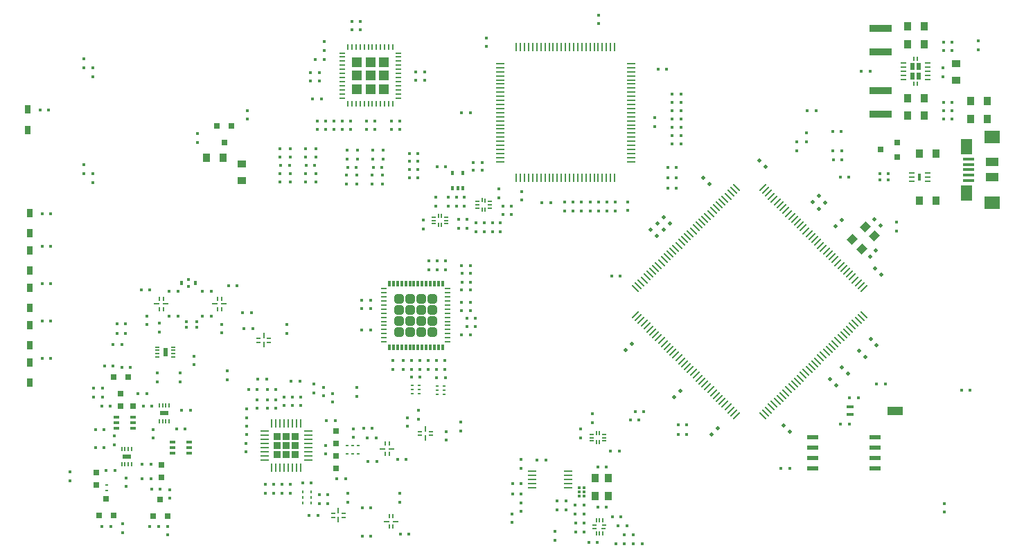
<source format=gtp>
G04 #@! TF.GenerationSoftware,KiCad,Pcbnew,6.0.10-86aedd382b~118~ubuntu22.04.1*
G04 #@! TF.CreationDate,2023-01-31T23:37:38-05:00*
G04 #@! TF.ProjectId,hackrf-one,6861636b-7266-42d6-9f6e-652e6b696361,r9*
G04 #@! TF.SameCoordinates,Original*
G04 #@! TF.FileFunction,Paste,Top*
G04 #@! TF.FilePolarity,Positive*
%FSLAX46Y46*%
G04 Gerber Fmt 4.6, Leading zero omitted, Abs format (unit mm)*
G04 Created by KiCad (PCBNEW 6.0.10-86aedd382b~118~ubuntu22.04.1) date 2023-01-31 23:37:38*
%MOMM*%
%LPD*%
G01*
G04 APERTURE LIST*
G04 Aperture macros list*
%AMRoundRect*
0 Rectangle with rounded corners*
0 $1 Rounding radius*
0 $2 $3 $4 $5 $6 $7 $8 $9 X,Y pos of 4 corners*
0 Add a 4 corners polygon primitive as box body*
4,1,4,$2,$3,$4,$5,$6,$7,$8,$9,$2,$3,0*
0 Add four circle primitives for the rounded corners*
1,1,$1+$1,$2,$3*
1,1,$1+$1,$4,$5*
1,1,$1+$1,$6,$7*
1,1,$1+$1,$8,$9*
0 Add four rect primitives between the rounded corners*
20,1,$1+$1,$2,$3,$4,$5,0*
20,1,$1+$1,$4,$5,$6,$7,0*
20,1,$1+$1,$6,$7,$8,$9,0*
20,1,$1+$1,$8,$9,$2,$3,0*%
%AMRotRect*
0 Rectangle, with rotation*
0 The origin of the aperture is its center*
0 $1 length*
0 $2 width*
0 $3 Rotation angle, in degrees counterclockwise*
0 Add horizontal line*
21,1,$1,$2,0,0,$3*%
G04 Aperture macros list end*
%ADD10R,0.760000X1.140000*%
%ADD11R,0.424688X0.386080*%
%ADD12R,0.386080X0.424688*%
%ADD13R,1.094536X0.874472*%
%ADD14R,0.874472X1.094536*%
%ADD15RotRect,0.386080X0.424688X135.000000*%
%ADD16RotRect,0.386080X0.424688X225.000000*%
%ADD17RotRect,0.386080X0.424688X315.000000*%
%ADD18RotRect,0.386080X0.424688X45.000000*%
%ADD19R,1.314000X1.926000*%
%ADD20R,1.890000X1.575000*%
%ADD21R,1.596000X1.045000*%
%ADD22R,1.330000X0.304000*%
%ADD23R,0.656336X0.656336*%
%ADD24R,2.812592X0.911148*%
%ADD25R,0.694944X0.694944*%
%ADD26R,0.250952X0.310794*%
%ADD27R,0.310794X0.250952*%
%ADD28R,0.418896X0.189180*%
%ADD29R,0.220800X0.619200*%
%ADD30R,0.780480X0.288000*%
%ADD31R,0.619200X0.220800*%
%ADD32R,0.288000X0.780480*%
%ADD33R,0.380288X0.303072*%
%ADD34R,0.836000X0.836000*%
%ADD35O,0.212800X1.026000*%
%ADD36O,1.026000X0.212800*%
%ADD37R,0.380288X0.532790*%
%ADD38R,0.455574X0.380288*%
%ADD39R,0.588000X1.078000*%
%ADD40R,0.608000X0.182400*%
%ADD41R,1.078000X0.588000*%
%ADD42R,0.182400X0.608000*%
%ADD43R,0.752856X0.347472*%
%ADD44R,0.380000X0.836000*%
%ADD45R,0.684000X0.228000*%
%ADD46RoundRect,0.250000X0.321265X-0.321265X0.321265X0.321265X-0.321265X0.321265X-0.321265X-0.321265X0*%
%ADD47RoundRect,0.000000X0.114000X-0.304000X0.114000X0.304000X-0.114000X0.304000X-0.114000X-0.304000X0*%
%ADD48RoundRect,0.039000X0.265000X-0.075000X0.265000X0.075000X-0.265000X0.075000X-0.265000X-0.075000X0*%
%ADD49R,1.254000X1.254000*%
%ADD50O,0.212800X0.684000*%
%ADD51O,0.684000X0.212800*%
%ADD52R,1.064000X0.228000*%
%ADD53R,1.447800X0.482600*%
%ADD54R,0.212800X0.532000*%
%ADD55R,0.627000X0.912000*%
%ADD56R,0.646000X0.212800*%
%ADD57RotRect,1.140866X0.223926X225.000000*%
%ADD58RotRect,1.140866X0.223926X315.000000*%
%ADD59R,0.223926X1.140866*%
%ADD60R,1.140866X0.223926*%
%ADD61R,0.911148X1.063650*%
%ADD62RotRect,1.063650X0.911148X45.000000*%
%ADD63R,1.824000X1.140000*%
%ADD64R,0.836000X0.456000*%
%ADD65R,0.456000X0.266000*%
%ADD66R,0.304000X0.494000*%
%ADD67RoundRect,0.000000X0.083600X-0.247000X0.083600X0.247000X-0.083600X0.247000X-0.083600X-0.247000X0*%
%ADD68RoundRect,0.000000X0.083600X-0.209000X0.083600X0.209000X-0.083600X0.209000X-0.083600X-0.209000X0*%
%ADD69RoundRect,0.000000X0.209000X0.083600X-0.209000X0.083600X-0.209000X-0.083600X0.209000X-0.083600X0*%
%ADD70RoundRect,0.000000X-0.083600X0.209000X-0.083600X-0.209000X0.083600X-0.209000X0.083600X0.209000X0*%
%ADD71RoundRect,0.000000X-0.209000X-0.083600X0.209000X-0.083600X0.209000X0.083600X-0.209000X0.083600X0*%
%ADD72RoundRect,0.000000X-0.083600X0.247000X-0.083600X-0.247000X0.083600X-0.247000X0.083600X0.247000X0*%
%ADD73RoundRect,0.000000X0.152000X0.114000X-0.152000X0.114000X-0.152000X-0.114000X0.152000X-0.114000X0*%
%ADD74RoundRect,0.000000X0.247000X0.083600X-0.247000X0.083600X-0.247000X-0.083600X0.247000X-0.083600X0*%
G04 APERTURE END LIST*
D10*
G04 #@! TO.C,D6*
X61270000Y-150088000D03*
X61270000Y-147588000D03*
G04 #@! TD*
G04 #@! TO.C,D4*
X61270000Y-140944000D03*
X61270000Y-138444000D03*
G04 #@! TD*
G04 #@! TO.C,D8*
X61270000Y-131800000D03*
X61270000Y-129300000D03*
G04 #@! TD*
G04 #@! TO.C,D5*
X61270000Y-145516000D03*
X61270000Y-143016000D03*
G04 #@! TD*
G04 #@! TO.C,D2*
X61270000Y-136372000D03*
X61270000Y-133872000D03*
G04 #@! TD*
G04 #@! TO.C,D7*
X61000000Y-119150000D03*
X61000000Y-116650000D03*
G04 #@! TD*
D11*
G04 #@! TO.C,C1*
X91096400Y-162513400D03*
X91096400Y-163580200D03*
G04 #@! TD*
G04 #@! TO.C,C2*
X90080400Y-162513400D03*
X90080400Y-163580200D03*
G04 #@! TD*
G04 #@! TO.C,C3*
X93128400Y-162513400D03*
X93128400Y-163580200D03*
G04 #@! TD*
G04 #@! TO.C,C4*
X92112400Y-162513400D03*
X92112400Y-163580200D03*
G04 #@! TD*
G04 #@! TO.C,C5*
X92341000Y-152861400D03*
X92341000Y-151794600D03*
G04 #@! TD*
G04 #@! TO.C,C6*
X93357000Y-152861400D03*
X93357000Y-151794600D03*
G04 #@! TD*
D12*
G04 #@! TO.C,C7*
X107617400Y-168576200D03*
X106550600Y-168576200D03*
G04 #@! TD*
D11*
G04 #@! TO.C,C8*
X113919000Y-154914600D03*
X113919000Y-155981400D03*
G04 #@! TD*
G04 #@! TO.C,C9*
X85400000Y-149701600D03*
X85400000Y-148634800D03*
G04 #@! TD*
D12*
G04 #@! TO.C,C10*
X87447400Y-143481600D03*
X88514200Y-143481600D03*
G04 #@! TD*
D11*
G04 #@! TO.C,C11*
X84713800Y-143995600D03*
X84713800Y-142928800D03*
G04 #@! TD*
G04 #@! TO.C,C12*
X87794400Y-153293200D03*
X87794400Y-154360000D03*
G04 #@! TD*
D12*
G04 #@! TO.C,C13*
X89089800Y-150905600D03*
X88023000Y-150905600D03*
G04 #@! TD*
D11*
G04 #@! TO.C,C14*
X90334400Y-153217000D03*
X90334400Y-152150200D03*
G04 #@! TD*
D12*
G04 #@! TO.C,C15*
X90309000Y-150905600D03*
X91375800Y-150905600D03*
G04 #@! TD*
D11*
G04 #@! TO.C,C16*
X106499800Y-164690000D03*
X106499800Y-163623200D03*
G04 #@! TD*
D12*
G04 #@! TO.C,C17*
X82402400Y-141938200D03*
X83469200Y-141938200D03*
G04 #@! TD*
G04 #@! TO.C,C18*
X78338400Y-141938200D03*
X79405200Y-141938200D03*
G04 #@! TD*
D11*
G04 #@! TO.C,C19*
X77093800Y-143868600D03*
X77093800Y-142801800D03*
G04 #@! TD*
D12*
G04 #@! TO.C,C20*
X87274400Y-141528800D03*
X88341200Y-141528800D03*
G04 #@! TD*
G04 #@! TO.C,C21*
X102971600Y-165379400D03*
X101904800Y-165379400D03*
G04 #@! TD*
G04 #@! TO.C,C22*
X95439800Y-166272600D03*
X96506600Y-166272600D03*
G04 #@! TD*
D11*
G04 #@! TO.C,C23*
X101269800Y-151714200D03*
X101269800Y-150647400D03*
G04 #@! TD*
G04 #@! TO.C,C24*
X92679800Y-142948200D03*
X92679800Y-144015000D03*
G04 #@! TD*
D12*
G04 #@! TO.C,C25*
X96659000Y-163732600D03*
X97725800Y-163732600D03*
G04 #@! TD*
G04 #@! TO.C,C26*
X79405200Y-138890200D03*
X78338400Y-138890200D03*
G04 #@! TD*
G04 #@! TO.C,C27*
X82402400Y-138890200D03*
X83469200Y-138890200D03*
G04 #@! TD*
G04 #@! TO.C,C28*
X96659000Y-164875600D03*
X97725800Y-164875600D03*
G04 #@! TD*
G04 #@! TO.C,C29*
X75950800Y-138712400D03*
X74884000Y-138712400D03*
G04 #@! TD*
G04 #@! TO.C,C30*
X85566600Y-138200000D03*
X86633400Y-138200000D03*
G04 #@! TD*
D11*
G04 #@! TO.C,C31*
X75595200Y-142979600D03*
X75595200Y-141912800D03*
G04 #@! TD*
D12*
G04 #@! TO.C,C32*
X102971600Y-168808400D03*
X101904800Y-168808400D03*
G04 #@! TD*
D11*
G04 #@! TO.C,C33*
X100113400Y-164672400D03*
X100113400Y-163605600D03*
G04 #@! TD*
G04 #@! TO.C,C34*
X98310000Y-152455000D03*
X98310000Y-151388200D03*
G04 #@! TD*
G04 #@! TO.C,C35*
X97167000Y-151693000D03*
X97167000Y-150626200D03*
G04 #@! TD*
G04 #@! TO.C,C36*
X96024000Y-151312000D03*
X96024000Y-150245200D03*
G04 #@! TD*
D12*
G04 #@! TO.C,C37*
X94271400Y-149915000D03*
X93204600Y-149915000D03*
G04 #@! TD*
G04 #@! TO.C,C38*
X71912200Y-142827200D03*
X72979000Y-142827200D03*
G04 #@! TD*
D11*
G04 #@! TO.C,C39*
X81305400Y-147878800D03*
X81305400Y-146812000D03*
G04 #@! TD*
D12*
G04 #@! TO.C,C40*
X71912200Y-144071800D03*
X72979000Y-144071800D03*
G04 #@! TD*
G04 #@! TO.C,C41*
X98792600Y-161827600D03*
X99859400Y-161827600D03*
G04 #@! TD*
G04 #@! TO.C,C42*
X98589400Y-154715600D03*
X97522600Y-154715600D03*
G04 #@! TD*
G04 #@! TO.C,C43*
X72542400Y-145415000D03*
X71475600Y-145415000D03*
G04 #@! TD*
D11*
G04 #@! TO.C,C44*
X79679800Y-149961600D03*
X79679800Y-148894800D03*
G04 #@! TD*
D12*
G04 #@! TO.C,C45*
X102057200Y-155651200D03*
X103124000Y-155651200D03*
G04 #@! TD*
G04 #@! TO.C,C46*
X103581200Y-156794200D03*
X102514400Y-156794200D03*
G04 #@! TD*
D11*
G04 #@! TO.C,C47*
X112166400Y-157099000D03*
X112166400Y-156032200D03*
G04 #@! TD*
G04 #@! TO.C,C48*
X108737400Y-154533600D03*
X108737400Y-153466800D03*
G04 #@! TD*
G04 #@! TO.C,C49*
X100850000Y-155706200D03*
X100850000Y-156773000D03*
G04 #@! TD*
D12*
G04 #@! TO.C,C50*
X75144600Y-152920000D03*
X76211400Y-152920000D03*
G04 #@! TD*
G04 #@! TO.C,C51*
X107274800Y-159434000D03*
X106208000Y-159434000D03*
G04 #@! TD*
G04 #@! TO.C,C52*
X71131400Y-152920000D03*
X70064600Y-152920000D03*
G04 #@! TD*
G04 #@! TO.C,C53*
X71480800Y-147999800D03*
X70414000Y-147999800D03*
G04 #@! TD*
G04 #@! TO.C,C54*
X103657400Y-159664400D03*
X102590600Y-159664400D03*
G04 #@! TD*
G04 #@! TO.C,C55*
X79843600Y-153428000D03*
X80910400Y-153428000D03*
G04 #@! TD*
D11*
G04 #@! TO.C,C56*
X107391200Y-155397200D03*
X107391200Y-154330400D03*
G04 #@! TD*
G04 #@! TO.C,C57*
X76835000Y-149961600D03*
X76835000Y-148894800D03*
G04 #@! TD*
G04 #@! TO.C,C58*
X71614000Y-157644400D03*
X71614000Y-156577600D03*
G04 #@! TD*
D12*
G04 #@! TO.C,C59*
X79208600Y-155714000D03*
X80275400Y-155714000D03*
G04 #@! TD*
G04 #@! TO.C,C60*
X74509600Y-151396000D03*
X75576400Y-151396000D03*
G04 #@! TD*
D11*
G04 #@! TO.C,C61*
X76363800Y-156857000D03*
X76363800Y-155790200D03*
G04 #@! TD*
D12*
G04 #@! TO.C,C62*
X75017600Y-160032000D03*
X76084400Y-160032000D03*
G04 #@! TD*
D11*
G04 #@! TO.C,C63*
X73087200Y-161708400D03*
X73087200Y-162775200D03*
G04 #@! TD*
D12*
G04 #@! TO.C,C64*
X71663400Y-160810000D03*
X70596600Y-160810000D03*
G04 #@! TD*
G04 #@! TO.C,C65*
X69302600Y-158000000D03*
X70369400Y-158000000D03*
G04 #@! TD*
G04 #@! TO.C,C66*
X69302600Y-155841000D03*
X70369400Y-155841000D03*
G04 #@! TD*
D11*
G04 #@! TO.C,C67*
X87700000Y-158533400D03*
X87700000Y-157466600D03*
G04 #@! TD*
G04 #@! TO.C,C68*
X126800000Y-164566600D03*
X126800000Y-165633400D03*
G04 #@! TD*
G04 #@! TO.C,C69*
X125700000Y-164566600D03*
X125700000Y-165633400D03*
G04 #@! TD*
G04 #@! TO.C,C70*
X87800000Y-156433400D03*
X87800000Y-155366600D03*
G04 #@! TD*
G04 #@! TO.C,C71*
X100482400Y-118024400D03*
X100482400Y-119091200D03*
G04 #@! TD*
G04 #@! TO.C,C72*
X99466400Y-118024400D03*
X99466400Y-119091200D03*
G04 #@! TD*
G04 #@! TO.C,C73*
X103403400Y-118024400D03*
X103403400Y-119091200D03*
G04 #@! TD*
G04 #@! TO.C,C74*
X102387400Y-118024400D03*
X102387400Y-119091200D03*
G04 #@! TD*
G04 #@! TO.C,C75*
X105435400Y-118024400D03*
X105435400Y-119091200D03*
G04 #@! TD*
G04 #@! TO.C,C76*
X106451400Y-118024400D03*
X106451400Y-119091200D03*
G04 #@! TD*
G04 #@! TO.C,C77*
X101625400Y-106899200D03*
X101625400Y-105832400D03*
G04 #@! TD*
G04 #@! TO.C,C78*
X100609400Y-106899200D03*
X100609400Y-105832400D03*
G04 #@! TD*
D12*
G04 #@! TO.C,C79*
X97269300Y-110493300D03*
X96202500Y-110493300D03*
G04 #@! TD*
D11*
G04 #@! TO.C,C80*
X97243900Y-109375700D03*
X97243900Y-108308900D03*
G04 #@! TD*
D12*
G04 #@! TO.C,C81*
X96634300Y-113160300D03*
X95567500Y-113160300D03*
G04 #@! TD*
G04 #@! TO.C,C82*
X96634300Y-112144300D03*
X95567500Y-112144300D03*
G04 #@! TD*
G04 #@! TO.C,C83*
X96888300Y-115319300D03*
X95821500Y-115319300D03*
G04 #@! TD*
D11*
G04 #@! TO.C,C84*
X106925000Y-147366600D03*
X106925000Y-148433400D03*
G04 #@! TD*
G04 #@! TO.C,C85*
X109975000Y-147366600D03*
X109975000Y-148433400D03*
G04 #@! TD*
D12*
G04 #@! TO.C,C86*
X114066600Y-144200000D03*
X115133400Y-144200000D03*
G04 #@! TD*
G04 #@! TO.C,C87*
X102933400Y-140000000D03*
X101866600Y-140000000D03*
G04 #@! TD*
G04 #@! TO.C,C88*
X114066600Y-141216000D03*
X115133400Y-141216000D03*
G04 #@! TD*
G04 #@! TO.C,C89*
X114066600Y-140216000D03*
X115133400Y-140216000D03*
G04 #@! TD*
D11*
G04 #@! TO.C,C90*
X111075000Y-136233400D03*
X111075000Y-135166600D03*
G04 #@! TD*
G04 #@! TO.C,C91*
X110075000Y-136233400D03*
X110075000Y-135166600D03*
G04 #@! TD*
D12*
G04 #@! TO.C,C92*
X102933400Y-141000000D03*
X101866600Y-141000000D03*
G04 #@! TD*
G04 #@! TO.C,C93*
X102933400Y-143616000D03*
X101866600Y-143616000D03*
G04 #@! TD*
D11*
G04 #@! TO.C,C94*
X105675000Y-147366600D03*
X105675000Y-148433400D03*
G04 #@! TD*
D12*
G04 #@! TO.C,C95*
X91922600Y-123460000D03*
X92989400Y-123460000D03*
G04 #@! TD*
G04 #@! TO.C,C96*
X95046800Y-123460000D03*
X96113600Y-123460000D03*
G04 #@! TD*
D11*
G04 #@! TO.C,C97*
X96418400Y-118024400D03*
X96418400Y-119091200D03*
G04 #@! TD*
G04 #@! TO.C,C98*
X97434400Y-118024400D03*
X97434400Y-119091200D03*
G04 #@! TD*
G04 #@! TO.C,C99*
X107925000Y-147350600D03*
X107925000Y-148417400D03*
G04 #@! TD*
G04 #@! TO.C,C100*
X98450400Y-118024400D03*
X98450400Y-119091200D03*
G04 #@! TD*
D12*
G04 #@! TO.C,C101*
X100114100Y-123701300D03*
X101180900Y-123701300D03*
G04 #@! TD*
D11*
G04 #@! TO.C,C102*
X108941000Y-147350600D03*
X108941000Y-148417400D03*
G04 #@! TD*
D12*
G04 #@! TO.C,C103*
X103238300Y-123701300D03*
X104305100Y-123701300D03*
G04 #@! TD*
D11*
G04 #@! TO.C,C104*
X111004500Y-147370500D03*
X111004500Y-148437300D03*
G04 #@! TD*
D13*
G04 #@! TO.C,C105*
X87152600Y-125368400D03*
X87152600Y-123336400D03*
G04 #@! TD*
D11*
G04 #@! TO.C,C106*
X112075000Y-136233400D03*
X112075000Y-135166600D03*
G04 #@! TD*
G04 #@! TO.C,C107*
X104470200Y-122698000D03*
X104470200Y-121631200D03*
G04 #@! TD*
G04 #@! TO.C,C108*
X103200200Y-122698000D03*
X103200200Y-121631200D03*
G04 #@! TD*
G04 #@! TO.C,C109*
X101346000Y-122698000D03*
X101346000Y-121631200D03*
G04 #@! TD*
G04 #@! TO.C,C110*
X100076000Y-122698000D03*
X100076000Y-121631200D03*
G04 #@! TD*
G04 #@! TO.C,C111*
X112020500Y-147370500D03*
X112020500Y-148437300D03*
G04 #@! TD*
G04 #@! TO.C,C112*
X114100000Y-136682600D03*
X114100000Y-137749400D03*
G04 #@! TD*
G04 #@! TO.C,C113*
X109400000Y-130166600D03*
X109400000Y-131233400D03*
G04 #@! TD*
G04 #@! TO.C,C114*
X115100000Y-136682600D03*
X115100000Y-137749400D03*
G04 #@! TD*
D12*
G04 #@! TO.C,C115*
X115733400Y-142200000D03*
X114666600Y-142200000D03*
G04 #@! TD*
G04 #@! TO.C,C116*
X114666600Y-143200000D03*
X115733400Y-143200000D03*
G04 #@! TD*
G04 #@! TO.C,C118*
X161433400Y-155100000D03*
X160366600Y-155100000D03*
G04 #@! TD*
D11*
G04 #@! TO.C,C119*
X121300000Y-160533400D03*
X121300000Y-159466600D03*
G04 #@! TD*
G04 #@! TO.C,C120*
X128600000Y-156833400D03*
X128600000Y-155766600D03*
G04 #@! TD*
D12*
G04 #@! TO.C,C121*
X112103400Y-123600000D03*
X111036600Y-123600000D03*
G04 #@! TD*
G04 #@! TO.C,C122*
X130643400Y-169600000D03*
X129576600Y-169600000D03*
G04 #@! TD*
G04 #@! TO.C,C123*
X108458000Y-113058700D03*
X109524800Y-113058700D03*
G04 #@! TD*
G04 #@! TO.C,C124*
X108458000Y-112042700D03*
X109524800Y-112042700D03*
G04 #@! TD*
G04 #@! TO.C,C125*
X174000400Y-117793200D03*
X172933600Y-117793200D03*
G04 #@! TD*
D14*
G04 #@! TO.C,C126*
X168514000Y-117412200D03*
X170546000Y-117412200D03*
G04 #@! TD*
G04 #@! TO.C,C127*
X168514000Y-115253200D03*
X170546000Y-115253200D03*
G04 #@! TD*
D15*
G04 #@! TO.C,C128*
X151223451Y-123656520D03*
X150469109Y-122902178D03*
G04 #@! TD*
G04 #@! TO.C,C129*
X144308653Y-125721979D03*
X143554311Y-124967637D03*
G04 #@! TD*
G04 #@! TO.C,C130*
X137932672Y-132097961D03*
X137178330Y-131343619D03*
G04 #@! TD*
D12*
G04 #@! TO.C,C131*
X133431400Y-137001600D03*
X132364600Y-137001600D03*
G04 #@! TD*
D16*
G04 #@! TO.C,C132*
X134875371Y-145336629D03*
X134121029Y-146090971D03*
G04 #@! TD*
G04 #@! TO.C,C133*
X140806354Y-151100182D03*
X140052012Y-151854524D03*
G04 #@! TD*
G04 #@! TO.C,C134*
X145386284Y-155680113D03*
X144631942Y-156434455D03*
G04 #@! TD*
D17*
G04 #@! TO.C,C135*
X153432593Y-155320903D03*
X154186935Y-156075245D03*
G04 #@! TD*
G04 #@! TO.C,C136*
X159090154Y-149663341D03*
X159844496Y-150417683D03*
G04 #@! TD*
G04 #@! TO.C,C137*
X160526995Y-148226500D03*
X161281337Y-148980842D03*
G04 #@! TD*
G04 #@! TO.C,C138*
X162592454Y-146161041D03*
X163346796Y-146915383D03*
G04 #@! TD*
G04 #@! TO.C,C139*
X164029295Y-144724200D03*
X164783637Y-145478542D03*
G04 #@! TD*
G04 #@! TO.C,C140*
X164568111Y-136103154D03*
X165322453Y-136857496D03*
G04 #@! TD*
D18*
G04 #@! TO.C,C141*
X156934893Y-127967043D03*
X157689235Y-127212701D03*
G04 #@! TD*
G04 #@! TO.C,C142*
X159718772Y-130930527D03*
X160473114Y-130176185D03*
G04 #@! TD*
D13*
G04 #@! TO.C,C143*
X174483000Y-111062200D03*
X174483000Y-113094200D03*
G04 #@! TD*
D12*
G04 #@! TO.C,C144*
X154152600Y-160578800D03*
X153085800Y-160578800D03*
G04 #@! TD*
D14*
G04 #@! TO.C,C145*
X170546000Y-108649200D03*
X168514000Y-108649200D03*
G04 #@! TD*
G04 #@! TO.C,C146*
X170546000Y-106490200D03*
X168514000Y-106490200D03*
G04 #@! TD*
D11*
G04 #@! TO.C,C147*
X172832000Y-111544800D03*
X172832000Y-112611600D03*
G04 #@! TD*
G04 #@! TO.C,C148*
X137668000Y-117627400D03*
X137668000Y-118694200D03*
G04 #@! TD*
D12*
G04 #@! TO.C,C149*
X138054200Y-111703200D03*
X139121000Y-111703200D03*
G04 #@! TD*
D11*
G04 #@! TO.C,C150*
X130810000Y-106121200D03*
X130810000Y-105054400D03*
G04 #@! TD*
D12*
G04 #@! TO.C,C152*
X123881000Y-128010000D03*
X124947800Y-128010000D03*
G04 #@! TD*
G04 #@! TO.C,C153*
X115087400Y-117017800D03*
X114020600Y-117017800D03*
G04 #@! TD*
D11*
G04 #@! TO.C,C154*
X121400000Y-126666600D03*
X121400000Y-127733400D03*
G04 #@! TD*
D14*
G04 #@! TO.C,C155*
X178316000Y-117800000D03*
X176284000Y-117800000D03*
G04 #@! TD*
D11*
G04 #@! TO.C,C156*
X127900000Y-165066600D03*
X127900000Y-166133400D03*
G04 #@! TD*
D18*
G04 #@! TO.C,C157*
X163939493Y-134612432D03*
X164693835Y-133858090D03*
G04 #@! TD*
D17*
G04 #@! TO.C,C158*
X164478308Y-130086383D03*
X165232650Y-130840725D03*
G04 #@! TD*
D12*
G04 #@! TO.C,C160*
X76084400Y-161810000D03*
X75017600Y-161810000D03*
G04 #@! TD*
D11*
G04 #@! TO.C,C161*
X78105700Y-167651400D03*
X78105700Y-168718200D03*
G04 #@! TD*
D12*
G04 #@! TO.C,C162*
X76160600Y-163080000D03*
X77227400Y-163080000D03*
G04 #@! TD*
D11*
G04 #@! TO.C,C163*
X69100000Y-150766600D03*
X69100000Y-151833400D03*
G04 #@! TD*
D12*
G04 #@! TO.C,C164*
X161466600Y-151900000D03*
X162533400Y-151900000D03*
G04 #@! TD*
D11*
G04 #@! TO.C,C166*
X120200000Y-166100000D03*
X120200000Y-167166800D03*
G04 #@! TD*
G04 #@! TO.C,C167*
X81793200Y-119577200D03*
X81793200Y-120644000D03*
G04 #@! TD*
D12*
G04 #@! TO.C,C169*
X130666700Y-165300000D03*
X131733500Y-165300000D03*
G04 #@! TD*
G04 #@! TO.C,C170*
X131733500Y-160400000D03*
X130666700Y-160400000D03*
G04 #@! TD*
D11*
G04 #@! TO.C,C171*
X72617400Y-167344400D03*
X72617400Y-168411200D03*
G04 #@! TD*
G04 #@! TO.C,D1*
X66200000Y-162033400D03*
X66200000Y-160966600D03*
G04 #@! TD*
G04 #@! TO.C,D3*
X173030000Y-165906800D03*
X173030000Y-164840000D03*
G04 #@! TD*
D12*
G04 #@! TO.C,D9*
X176211200Y-151000000D03*
X175144400Y-151000000D03*
G04 #@! TD*
D14*
G04 #@! TO.C,FB1*
X172016000Y-122050000D03*
X169984000Y-122050000D03*
G04 #@! TD*
G04 #@! TO.C,FB2*
X84937600Y-122529600D03*
X82905600Y-122529600D03*
G04 #@! TD*
G04 #@! TO.C,FB3*
X172016000Y-127800000D03*
X169984000Y-127800000D03*
G04 #@! TD*
D19*
G04 #@! TO.C,J1*
X175770000Y-126830000D03*
X175770000Y-121170000D03*
D20*
X178850000Y-128000000D03*
D21*
X178850000Y-123062500D03*
D20*
X178850000Y-120000000D03*
D21*
X178850000Y-124937500D03*
D22*
X175975000Y-122700000D03*
X175975000Y-123350000D03*
X175975000Y-124000000D03*
X175975000Y-124650000D03*
X175975000Y-125300000D03*
G04 #@! TD*
D12*
G04 #@! TO.C,L1*
X94627000Y-162335600D03*
X95693800Y-162335600D03*
G04 #@! TD*
D23*
G04 #@! TO.C,L2*
X98691000Y-159033600D03*
X98691000Y-160557600D03*
G04 #@! TD*
G04 #@! TO.C,L3*
X98691000Y-157509600D03*
X98691000Y-155985600D03*
G04 #@! TD*
D11*
G04 #@! TO.C,L4*
X97421000Y-157738200D03*
X97421000Y-158805000D03*
G04 #@! TD*
D23*
G04 #@! TO.C,L5*
X72376000Y-152920000D03*
X73900000Y-152920000D03*
G04 #@! TD*
D12*
G04 #@! TO.C,L6*
X107899600Y-149408000D03*
X108966400Y-149408000D03*
G04 #@! TD*
G04 #@! TO.C,L8*
X110979100Y-149427900D03*
X112045900Y-149427900D03*
G04 #@! TD*
D24*
G04 #@! TO.C,L10*
X165212000Y-114361660D03*
X165212000Y-117160740D03*
G04 #@! TD*
G04 #@! TO.C,L11*
X165212000Y-106741660D03*
X165212000Y-109540740D03*
G04 #@! TD*
D23*
G04 #@! TO.C,L12*
X77329000Y-161683000D03*
X77329000Y-160159000D03*
G04 #@! TD*
G04 #@! TO.C,L13*
X69400000Y-162562000D03*
X69400000Y-161038000D03*
G04 #@! TD*
D25*
G04 #@! TO.C,Q1*
X73265000Y-149364000D03*
X71487000Y-149364000D03*
X72376000Y-151396000D03*
G04 #@! TD*
G04 #@! TO.C,Q2*
X76327700Y-166406800D03*
X78105700Y-166406800D03*
X77216700Y-164374800D03*
G04 #@! TD*
G04 #@! TO.C,Q3*
X85933400Y-118662800D03*
X84155400Y-118662800D03*
X85044400Y-120694800D03*
G04 #@! TD*
G04 #@! TO.C,Q4*
X69728400Y-166293800D03*
X71506400Y-166293800D03*
X70617400Y-164261800D03*
G04 #@! TD*
G04 #@! TO.C,Q5*
X167315000Y-122447400D03*
X167315000Y-120669400D03*
X165283000Y-121558400D03*
G04 #@! TD*
D11*
G04 #@! TO.C,R1*
X89064400Y-152150200D03*
X89064400Y-153217000D03*
G04 #@! TD*
D12*
G04 #@! TO.C,R2*
X90232800Y-149635600D03*
X89166000Y-149635600D03*
G04 #@! TD*
D11*
G04 #@! TO.C,R3*
X91350400Y-153217000D03*
X91350400Y-152150200D03*
G04 #@! TD*
G04 #@! TO.C,R4*
X94373000Y-151794600D03*
X94373000Y-152861400D03*
G04 #@! TD*
D17*
G04 #@! TO.C,R5*
X137981829Y-130553829D03*
X138736171Y-131308171D03*
G04 #@! TD*
G04 #@! TO.C,R6*
X138743829Y-129791829D03*
X139498171Y-130546171D03*
G04 #@! TD*
D11*
G04 #@! TO.C,R7*
X67874000Y-124479400D03*
X67874000Y-123412600D03*
G04 #@! TD*
G04 #@! TO.C,R8*
X91821000Y-121402600D03*
X91821000Y-122469400D03*
G04 #@! TD*
G04 #@! TO.C,R9*
X93091000Y-121402600D03*
X93091000Y-122469400D03*
G04 #@! TD*
G04 #@! TO.C,R10*
X94945200Y-121402600D03*
X94945200Y-122469400D03*
G04 #@! TD*
G04 #@! TO.C,R11*
X87900000Y-117833400D03*
X87900000Y-116766600D03*
G04 #@! TD*
G04 #@! TO.C,R12*
X167162600Y-131515200D03*
X167162600Y-130448400D03*
G04 #@! TD*
G04 #@! TO.C,R13*
X96215200Y-121402600D03*
X96215200Y-122469400D03*
G04 #@! TD*
G04 #@! TO.C,R14*
X96215200Y-124450600D03*
X96215200Y-125517400D03*
G04 #@! TD*
G04 #@! TO.C,R15*
X94945200Y-124450600D03*
X94945200Y-125517400D03*
G04 #@! TD*
G04 #@! TO.C,R16*
X93091000Y-124450600D03*
X93091000Y-125517400D03*
G04 #@! TD*
G04 #@! TO.C,R17*
X91821000Y-124450600D03*
X91821000Y-125517400D03*
G04 #@! TD*
D12*
G04 #@! TO.C,R18*
X62768600Y-133344000D03*
X63835400Y-133344000D03*
G04 #@! TD*
D11*
G04 #@! TO.C,R19*
X68966200Y-112592200D03*
X68966200Y-111525400D03*
G04 #@! TD*
G04 #@! TO.C,R20*
X100012500Y-124691900D03*
X100012500Y-125758700D03*
G04 #@! TD*
G04 #@! TO.C,R21*
X101282500Y-124691900D03*
X101282500Y-125758700D03*
G04 #@! TD*
G04 #@! TO.C,R22*
X103136700Y-124691900D03*
X103136700Y-125758700D03*
G04 #@! TD*
G04 #@! TO.C,R23*
X104406700Y-124691900D03*
X104406700Y-125758700D03*
G04 #@! TD*
D12*
G04 #@! TO.C,R24*
X75966600Y-167700000D03*
X77033400Y-167700000D03*
G04 #@! TD*
G04 #@! TO.C,R25*
X114066600Y-138716000D03*
X115133400Y-138716000D03*
G04 #@! TD*
G04 #@! TO.C,R26*
X114066600Y-135716000D03*
X115133400Y-135716000D03*
G04 #@! TD*
G04 #@! TO.C,R27*
X135266600Y-153600000D03*
X136333400Y-153600000D03*
G04 #@! TD*
G04 #@! TO.C,R28*
X134666600Y-154600000D03*
X135733400Y-154600000D03*
G04 #@! TD*
G04 #@! TO.C,R29*
X72516600Y-148150000D03*
X73583400Y-148150000D03*
G04 #@! TD*
D11*
G04 #@! TO.C,R30*
X68966200Y-125546200D03*
X68966200Y-124479400D03*
G04 #@! TD*
D12*
G04 #@! TO.C,R31*
X116533400Y-124100000D03*
X115466600Y-124100000D03*
G04 #@! TD*
D11*
G04 #@! TO.C,R32*
X110900000Y-127366600D03*
X110900000Y-128433400D03*
G04 #@! TD*
D12*
G04 #@! TO.C,R33*
X133333400Y-158400000D03*
X132266600Y-158400000D03*
G04 #@! TD*
D11*
G04 #@! TO.C,R34*
X130000000Y-153866600D03*
X130000000Y-154933400D03*
G04 #@! TD*
D14*
G04 #@! TO.C,R35*
X178316000Y-115600000D03*
X176284000Y-115600000D03*
G04 #@! TD*
D12*
G04 #@! TO.C,R36*
X70084000Y-167677800D03*
X71150800Y-167677800D03*
G04 #@! TD*
G04 #@! TO.C,R37*
X160304600Y-124936600D03*
X161371400Y-124936600D03*
G04 #@! TD*
G04 #@! TO.C,R41*
X139222600Y-126232000D03*
X140289400Y-126232000D03*
G04 #@! TD*
G04 #@! TO.C,R46*
X174000400Y-115761200D03*
X172933600Y-115761200D03*
G04 #@! TD*
G04 #@! TO.C,R47*
X174000400Y-116777200D03*
X172933600Y-116777200D03*
G04 #@! TD*
G04 #@! TO.C,R48*
X165816400Y-150235000D03*
X164749600Y-150235000D03*
G04 #@! TD*
D11*
G04 #@! TO.C,R49*
X67874000Y-110458600D03*
X67874000Y-111525400D03*
G04 #@! TD*
D12*
G04 #@! TO.C,R51*
X160457000Y-119348600D03*
X159390200Y-119348600D03*
G04 #@! TD*
D11*
G04 #@! TO.C,R52*
X177150000Y-109309600D03*
X177150000Y-108242800D03*
G04 #@! TD*
D12*
G04 #@! TO.C,R54*
X162900600Y-111951200D03*
X163967400Y-111951200D03*
G04 #@! TD*
G04 #@! TO.C,R55*
X174000400Y-109411200D03*
X172933600Y-109411200D03*
G04 #@! TD*
G04 #@! TO.C,R56*
X174000400Y-108395200D03*
X172933600Y-108395200D03*
G04 #@! TD*
G04 #@! TO.C,R57*
X165141600Y-125275000D03*
X166208400Y-125275000D03*
G04 #@! TD*
G04 #@! TO.C,R58*
X165141600Y-124475000D03*
X166208400Y-124475000D03*
G04 #@! TD*
G04 #@! TO.C,R59*
X141559400Y-156381800D03*
X140492600Y-156381800D03*
G04 #@! TD*
G04 #@! TO.C,R62*
X159441000Y-121660000D03*
X160507800Y-121660000D03*
G04 #@! TD*
D11*
G04 #@! TO.C,R63*
X156189800Y-119501000D03*
X156189800Y-120567800D03*
G04 #@! TD*
G04 #@! TO.C,R64*
X155046800Y-121660000D03*
X155046800Y-120593200D03*
G04 #@! TD*
D12*
G04 #@! TO.C,R65*
X160533200Y-122828400D03*
X159466400Y-122828400D03*
G04 #@! TD*
G04 #@! TO.C,R66*
X157383600Y-116808600D03*
X156316800Y-116808600D03*
G04 #@! TD*
G04 #@! TO.C,R67*
X140289400Y-123692000D03*
X139222600Y-123692000D03*
G04 #@! TD*
G04 #@! TO.C,R68*
X140289400Y-124962000D03*
X139222600Y-124962000D03*
G04 #@! TD*
D18*
G04 #@! TO.C,R69*
X157743116Y-128775266D03*
X158497458Y-128020924D03*
G04 #@! TD*
D12*
G04 #@! TO.C,R72*
X62768600Y-137916000D03*
X63835400Y-137916000D03*
G04 #@! TD*
G04 #@! TO.C,R73*
X62768600Y-142488000D03*
X63835400Y-142488000D03*
G04 #@! TD*
G04 #@! TO.C,R74*
X62768600Y-147060000D03*
X63835400Y-147060000D03*
G04 #@! TD*
G04 #@! TO.C,R75*
X62514600Y-116707000D03*
X63581400Y-116707000D03*
G04 #@! TD*
G04 #@! TO.C,R76*
X62768600Y-129407000D03*
X63835400Y-129407000D03*
G04 #@! TD*
G04 #@! TO.C,R77*
X140868400Y-114731800D03*
X139801600Y-114731800D03*
G04 #@! TD*
G04 #@! TO.C,R78*
X140868400Y-115747800D03*
X139801600Y-115747800D03*
G04 #@! TD*
G04 #@! TO.C,R79*
X140868400Y-116763800D03*
X139801600Y-116763800D03*
G04 #@! TD*
G04 #@! TO.C,R80*
X140868400Y-117779800D03*
X139801600Y-117779800D03*
G04 #@! TD*
G04 #@! TO.C,R81*
X140868400Y-118795800D03*
X139801600Y-118795800D03*
G04 #@! TD*
G04 #@! TO.C,R85*
X133966600Y-168700000D03*
X135033400Y-168700000D03*
G04 #@! TD*
G04 #@! TO.C,R86*
X140868400Y-119811800D03*
X139801600Y-119811800D03*
G04 #@! TD*
G04 #@! TO.C,R87*
X140868400Y-120827800D03*
X139801600Y-120827800D03*
G04 #@! TD*
D11*
G04 #@! TO.C,R88*
X134345800Y-129000600D03*
X134345800Y-127933800D03*
G04 #@! TD*
G04 #@! TO.C,R89*
X132816600Y-129032000D03*
X132816600Y-127965200D03*
G04 #@! TD*
G04 #@! TO.C,R90*
X131800600Y-129032000D03*
X131800600Y-127965200D03*
G04 #@! TD*
G04 #@! TO.C,R91*
X130784600Y-129032000D03*
X130784600Y-127965200D03*
G04 #@! TD*
D12*
G04 #@! TO.C,R93*
X141559400Y-155188000D03*
X140492600Y-155188000D03*
G04 #@! TD*
G04 #@! TO.C,R94*
X120133400Y-129466600D03*
X119066600Y-129466600D03*
G04 #@! TD*
D11*
G04 #@! TO.C,R96*
X129768600Y-129032000D03*
X129768600Y-127965200D03*
G04 #@! TD*
G04 #@! TO.C,R98*
X128707000Y-129051400D03*
X128707000Y-127984600D03*
G04 #@! TD*
G04 #@! TO.C,R99*
X127691000Y-129051400D03*
X127691000Y-127984600D03*
G04 #@! TD*
G04 #@! TO.C,R100*
X126675000Y-129051400D03*
X126675000Y-127984600D03*
G04 #@! TD*
G04 #@! TO.C,R105*
X125440000Y-168266600D03*
X125440000Y-169333400D03*
G04 #@! TD*
D26*
G04 #@! TO.C,T1*
X95655700Y-164774000D03*
X95655700Y-164113600D03*
X95655700Y-163453200D03*
X94665100Y-163453200D03*
X94665100Y-164113600D03*
X94665100Y-164774000D03*
G04 #@! TD*
D27*
G04 #@! TO.C,T2*
X101383400Y-157776300D03*
X100723000Y-157776300D03*
X100062600Y-157776300D03*
X100062600Y-158766900D03*
X100723000Y-158766900D03*
X101383400Y-158766900D03*
G04 #@! TD*
D28*
G04 #@! TO.C,T3*
X108857180Y-151432380D03*
X108857180Y-150932000D03*
X108857180Y-150431620D03*
X108008820Y-150431620D03*
X108008820Y-150932000D03*
X108008820Y-151432380D03*
G04 #@! TD*
G04 #@! TO.C,T4*
X111936680Y-151452280D03*
X111936680Y-150951900D03*
X111936680Y-150451520D03*
X111088320Y-150451520D03*
X111088320Y-150951900D03*
X111088320Y-151452280D03*
G04 #@! TD*
D29*
G04 #@! TO.C,U1*
X105681920Y-166408700D03*
X105184080Y-166408700D03*
D30*
X104881000Y-167052200D03*
D29*
X105184080Y-167695700D03*
X105681920Y-167695700D03*
D30*
X105985000Y-167052200D03*
G04 #@! TD*
D31*
G04 #@! TO.C,U2*
X89242300Y-144629680D03*
X89242300Y-145127520D03*
D32*
X89885800Y-145430600D03*
D31*
X90529300Y-145127520D03*
X90529300Y-144629680D03*
D32*
X89885800Y-144326600D03*
G04 #@! TD*
D33*
G04 #@! TO.C,U3*
X80405960Y-142603680D03*
X80405960Y-143304720D03*
X81655640Y-143304720D03*
X81655640Y-142603680D03*
G04 #@! TD*
D34*
G04 #@! TO.C,U4*
X93720400Y-157763600D03*
X91520400Y-157763600D03*
X92620400Y-158863600D03*
X92620400Y-156663600D03*
X92620400Y-157763600D03*
X91520400Y-158863600D03*
X93720400Y-156663600D03*
X93720400Y-158863600D03*
X91520400Y-156663600D03*
D35*
X94370400Y-155088600D03*
X93870400Y-155088600D03*
X93370400Y-155088600D03*
X92870400Y-155088600D03*
X92370400Y-155088600D03*
X91870400Y-155088600D03*
X91370400Y-155088600D03*
X90870400Y-155088600D03*
D36*
X89945400Y-156013600D03*
X89945400Y-156513600D03*
X89945400Y-157013600D03*
X89945400Y-157513600D03*
X89945400Y-158013600D03*
X89945400Y-158513600D03*
X89945400Y-159013600D03*
X89945400Y-159513600D03*
D35*
X90870400Y-160438600D03*
X91370400Y-160438600D03*
X91870400Y-160438600D03*
X92370400Y-160438600D03*
X92870400Y-160438600D03*
X93370400Y-160438600D03*
X93870400Y-160438600D03*
X94370400Y-160438600D03*
D36*
X95295400Y-159513600D03*
X95295400Y-159013600D03*
X95295400Y-158513600D03*
X95295400Y-158013600D03*
X95295400Y-157513600D03*
X95295400Y-157013600D03*
X95295400Y-156513600D03*
X95295400Y-156013600D03*
G04 #@! TD*
D29*
G04 #@! TO.C,U5*
X77098880Y-141057700D03*
X77596720Y-141057700D03*
D30*
X77899800Y-140414200D03*
D29*
X77596720Y-139770700D03*
X77098880Y-139770700D03*
D30*
X76795800Y-140414200D03*
G04 #@! TD*
D29*
G04 #@! TO.C,U6*
X84708720Y-139770700D03*
X84210880Y-139770700D03*
D30*
X83907800Y-140414200D03*
D29*
X84210880Y-141057700D03*
X84708720Y-141057700D03*
D30*
X85011800Y-140414200D03*
G04 #@! TD*
D31*
G04 #@! TO.C,U7*
X98326900Y-166023680D03*
X98326900Y-166521520D03*
D32*
X98970400Y-166824600D03*
D31*
X99613900Y-166521520D03*
X99613900Y-166023680D03*
D32*
X98970400Y-165720600D03*
G04 #@! TD*
D37*
G04 #@! TO.C,U8*
X81500700Y-137874200D03*
D38*
X80649800Y-137424620D03*
D37*
X79798900Y-137874200D03*
D38*
X80649800Y-138323780D03*
G04 #@! TD*
D39*
G04 #@! TO.C,U9*
X77851000Y-146304000D03*
D40*
X78801000Y-146904000D03*
X78801000Y-146504000D03*
X78801000Y-146104000D03*
X78801000Y-145704000D03*
X76901000Y-145704000D03*
X76901000Y-146104000D03*
X76901000Y-146504000D03*
X76901000Y-146904000D03*
G04 #@! TD*
D29*
G04 #@! TO.C,U10*
X104714480Y-158807500D03*
X105212320Y-158807500D03*
D30*
X105515400Y-158164000D03*
D29*
X105212320Y-157520500D03*
X104714480Y-157520500D03*
D30*
X104411400Y-158164000D03*
G04 #@! TD*
D31*
G04 #@! TO.C,U11*
X108985000Y-156026380D03*
X108985000Y-156524220D03*
D32*
X109628500Y-156827300D03*
D31*
X110272000Y-156524220D03*
X110272000Y-156026380D03*
D32*
X109628500Y-155723300D03*
G04 #@! TD*
D41*
G04 #@! TO.C,U12*
X77710000Y-153809000D03*
D42*
X78310000Y-152859000D03*
X77910000Y-152859000D03*
X77510000Y-152859000D03*
X77110000Y-152859000D03*
X77110000Y-154759000D03*
X77510000Y-154759000D03*
X77910000Y-154759000D03*
X78310000Y-154759000D03*
G04 #@! TD*
D43*
G04 #@! TO.C,U13*
X71880700Y-154291600D03*
X71880700Y-154952000D03*
X71880700Y-155612400D03*
X73887300Y-155612400D03*
X73887300Y-154952000D03*
X73887300Y-154291600D03*
G04 #@! TD*
D41*
G04 #@! TO.C,U14*
X73112600Y-159117600D03*
D42*
X72512600Y-160067600D03*
X72912600Y-160067600D03*
X73312600Y-160067600D03*
X73712600Y-160067600D03*
X73712600Y-158167600D03*
X73312600Y-158167600D03*
X72912600Y-158167600D03*
X72512600Y-158167600D03*
G04 #@! TD*
D44*
G04 #@! TO.C,U15*
X170025000Y-124875000D03*
D45*
X170975000Y-125375000D03*
X170975000Y-124875000D03*
X170975000Y-124375000D03*
X169075000Y-124375000D03*
X169075000Y-124875000D03*
X169075000Y-125375000D03*
G04 #@! TD*
D46*
G04 #@! TO.C,U17*
X106450000Y-143841000D03*
X110500000Y-142491000D03*
X110500000Y-143841000D03*
X107800000Y-139791000D03*
X106450000Y-142491000D03*
X110500000Y-141141000D03*
X107800000Y-141141000D03*
X109150000Y-143841000D03*
X107800000Y-143841000D03*
X106450000Y-141141000D03*
X109150000Y-142491000D03*
X109150000Y-139791000D03*
X106450000Y-139791000D03*
X109150000Y-141141000D03*
X110500000Y-139791000D03*
X107800000Y-142491000D03*
D47*
X105225000Y-145706000D03*
X105725000Y-145706000D03*
X106225000Y-145706000D03*
X106725000Y-145706000D03*
X107225000Y-145706000D03*
X107725000Y-145706000D03*
X108225000Y-145706000D03*
X108725000Y-145706000D03*
X109225000Y-145706000D03*
X109725000Y-145706000D03*
X110225000Y-145706000D03*
X110725000Y-145706000D03*
X111225000Y-145706000D03*
X111725000Y-145706000D03*
D48*
X112365000Y-145066000D03*
X112365000Y-144566000D03*
X112365000Y-144066000D03*
X112365000Y-143566000D03*
X112365000Y-143066000D03*
X112365000Y-142566000D03*
X112365000Y-142066000D03*
X112365000Y-141566000D03*
X112365000Y-141066000D03*
X112365000Y-140566000D03*
X112365000Y-140066000D03*
X112365000Y-139566000D03*
X112365000Y-139066000D03*
X112365000Y-138566000D03*
D47*
X111725000Y-137926000D03*
X111225000Y-137926000D03*
X110725000Y-137926000D03*
X110225000Y-137926000D03*
X109725000Y-137926000D03*
X109225000Y-137926000D03*
X108725000Y-137926000D03*
X108225000Y-137926000D03*
X107725000Y-137926000D03*
X107225000Y-137926000D03*
X106725000Y-137926000D03*
X106225000Y-137926000D03*
X105725000Y-137926000D03*
X105225000Y-137926000D03*
D48*
X104585000Y-138566000D03*
X104585000Y-139066000D03*
X104585000Y-139566000D03*
X104585000Y-140066000D03*
X104585000Y-140566000D03*
X104585000Y-141066000D03*
X104585000Y-141566000D03*
X104585000Y-142066000D03*
X104585000Y-142566000D03*
X104585000Y-143066000D03*
X104585000Y-143566000D03*
X104585000Y-144066000D03*
X104585000Y-144566000D03*
X104585000Y-145066000D03*
G04 #@! TD*
D49*
G04 #@! TO.C,U18*
X101245400Y-114111800D03*
X102895400Y-112461800D03*
X104545400Y-114111800D03*
X102895400Y-114111800D03*
X104545400Y-112461800D03*
X102895400Y-110811800D03*
X104545400Y-110811800D03*
X101245400Y-112461800D03*
X101245400Y-110811800D03*
D50*
X100145400Y-115911800D03*
X100645400Y-115911800D03*
X101145400Y-115911800D03*
X101645400Y-115911800D03*
X102145400Y-115911800D03*
X102645400Y-115911800D03*
X103145400Y-115911800D03*
X103645400Y-115911800D03*
X104145400Y-115911800D03*
X104645400Y-115911800D03*
X105145400Y-115911800D03*
X105645400Y-115911800D03*
D51*
X106345400Y-115211800D03*
X106345400Y-114711800D03*
X106345400Y-114211800D03*
X106345400Y-113711800D03*
X106345400Y-113211800D03*
X106345400Y-112711800D03*
X106345400Y-112211800D03*
X106345400Y-111711800D03*
X106345400Y-111211800D03*
X106345400Y-110711800D03*
X106345400Y-110211800D03*
X106345400Y-109711800D03*
D50*
X105645400Y-109011800D03*
X105145400Y-109011800D03*
X104645400Y-109011800D03*
X104145400Y-109011800D03*
X103645400Y-109011800D03*
X103145400Y-109011800D03*
X102645400Y-109011800D03*
X102145400Y-109011800D03*
X101645400Y-109011800D03*
X101145400Y-109011800D03*
X100645400Y-109011800D03*
X100145400Y-109011800D03*
D51*
X99445400Y-109711800D03*
X99445400Y-110211800D03*
X99445400Y-110711800D03*
X99445400Y-111211800D03*
X99445400Y-111711800D03*
X99445400Y-112211800D03*
X99445400Y-112711800D03*
X99445400Y-113211800D03*
X99445400Y-113711800D03*
X99445400Y-114211800D03*
X99445400Y-114711800D03*
X99445400Y-115211800D03*
G04 #@! TD*
D52*
G04 #@! TO.C,U19*
X127100000Y-162900000D03*
X127100000Y-162400000D03*
X127100000Y-161900000D03*
X127100000Y-161400000D03*
X127100000Y-160900000D03*
X122700000Y-160900000D03*
X122700000Y-161400000D03*
X122700000Y-161900000D03*
X122700000Y-162400000D03*
X122700000Y-162900000D03*
G04 #@! TD*
D53*
G04 #@! TO.C,U20*
X164566600Y-160553400D03*
X164566600Y-159283400D03*
X164566600Y-158013400D03*
X164566600Y-156743400D03*
X156946600Y-156743400D03*
X156946600Y-158013400D03*
X156946600Y-159283400D03*
X156946600Y-160553400D03*
G04 #@! TD*
D54*
G04 #@! TO.C,U21*
X169280000Y-113501200D03*
D55*
X169940000Y-111351200D03*
D54*
X169780000Y-110401200D03*
D55*
X169120000Y-111351200D03*
D54*
X169780000Y-113501200D03*
D55*
X169120000Y-112551200D03*
D54*
X169280000Y-110401200D03*
D55*
X169940000Y-112551200D03*
D56*
X171030000Y-112951200D03*
X171030000Y-112451200D03*
X171030000Y-111951200D03*
X171030000Y-111451200D03*
X171030000Y-110951200D03*
X168030000Y-110951200D03*
X168030000Y-111451200D03*
X168030000Y-111951200D03*
X168030000Y-112451200D03*
X168030000Y-112951200D03*
G04 #@! TD*
D57*
G04 #@! TO.C,U23*
X163213888Y-138552969D03*
X162860066Y-138199147D03*
X162506244Y-137845324D03*
X162152422Y-137491502D03*
X161798600Y-137137680D03*
X161446574Y-136785654D03*
X161092752Y-136431832D03*
X160738930Y-136078010D03*
X160385108Y-135724188D03*
X160031286Y-135370366D03*
X159677463Y-135016544D03*
X159325437Y-134664518D03*
X158971615Y-134310696D03*
X158617793Y-133956874D03*
X158263971Y-133603051D03*
X157910149Y-133249229D03*
X157556327Y-132895407D03*
X157202505Y-132541585D03*
X156850479Y-132189559D03*
X156496657Y-131835737D03*
X156142835Y-131481915D03*
X155789013Y-131128093D03*
X155435190Y-130774271D03*
X155081368Y-130420449D03*
X154727546Y-130066627D03*
X154375520Y-129714601D03*
X154021698Y-129360778D03*
X153667876Y-129006956D03*
X153314054Y-128653134D03*
X152960232Y-128299312D03*
X152606410Y-127945490D03*
X152254384Y-127593464D03*
X151900562Y-127239642D03*
X151546740Y-126885820D03*
X151192917Y-126531998D03*
X150839095Y-126178176D03*
D58*
X147656493Y-126178176D03*
X147302671Y-126531998D03*
X146948848Y-126885820D03*
X146595026Y-127239642D03*
X146241204Y-127593464D03*
X145889178Y-127945490D03*
X145535356Y-128299312D03*
X145181534Y-128653134D03*
X144827712Y-129006956D03*
X144473890Y-129360778D03*
X144120068Y-129714601D03*
X143768042Y-130066627D03*
X143414220Y-130420449D03*
X143060398Y-130774271D03*
X142706575Y-131128093D03*
X142352753Y-131481915D03*
X141998931Y-131835737D03*
X141645109Y-132189559D03*
X141293083Y-132541585D03*
X140939261Y-132895407D03*
X140585439Y-133249229D03*
X140231617Y-133603051D03*
X139877795Y-133956874D03*
X139523973Y-134310696D03*
X139170151Y-134664518D03*
X138818125Y-135016544D03*
X138464302Y-135370366D03*
X138110480Y-135724188D03*
X137756658Y-136078010D03*
X137402836Y-136431832D03*
X137049014Y-136785654D03*
X136696988Y-137137680D03*
X136343166Y-137491502D03*
X135989344Y-137845324D03*
X135635522Y-138199147D03*
X135281700Y-138552969D03*
D57*
X135281700Y-141735571D03*
X135635522Y-142089393D03*
X135989344Y-142443216D03*
X136343166Y-142797038D03*
X136696988Y-143150860D03*
X137049014Y-143502886D03*
X137402836Y-143856708D03*
X137756658Y-144210530D03*
X138110480Y-144564352D03*
X138464302Y-144918174D03*
X138818125Y-145271996D03*
X139170151Y-145624022D03*
X139523973Y-145977844D03*
X139877795Y-146331666D03*
X140231617Y-146685489D03*
X140585439Y-147039311D03*
X140939261Y-147393133D03*
X141293083Y-147746955D03*
X141645109Y-148098981D03*
X141998931Y-148452803D03*
X142352753Y-148806625D03*
X142706575Y-149160447D03*
X143060398Y-149514269D03*
X143414220Y-149868091D03*
X143768042Y-150221913D03*
X144120068Y-150573939D03*
X144473890Y-150927762D03*
X144827712Y-151281584D03*
X145181534Y-151635406D03*
X145535356Y-151989228D03*
X145889178Y-152343050D03*
X146241204Y-152695076D03*
X146595026Y-153048898D03*
X146948848Y-153402720D03*
X147302671Y-153756542D03*
X147656493Y-154110364D03*
D58*
X150839095Y-154110364D03*
X151192917Y-153756542D03*
X151546740Y-153402720D03*
X151900562Y-153048898D03*
X152254384Y-152695076D03*
X152606410Y-152343050D03*
X152960232Y-151989228D03*
X153314054Y-151635406D03*
X153667876Y-151281584D03*
X154021698Y-150927762D03*
X154375520Y-150573939D03*
X154727546Y-150221913D03*
X155081368Y-149868091D03*
X155435190Y-149514269D03*
X155789013Y-149160447D03*
X156142835Y-148806625D03*
X156496657Y-148452803D03*
X156850479Y-148098981D03*
X157202505Y-147746955D03*
X157556327Y-147393133D03*
X157910149Y-147039311D03*
X158263971Y-146685489D03*
X158617793Y-146331666D03*
X158971615Y-145977844D03*
X159325437Y-145624022D03*
X159677463Y-145271996D03*
X160031286Y-144918174D03*
X160385108Y-144564352D03*
X160738930Y-144210530D03*
X161092752Y-143856708D03*
X161446574Y-143502886D03*
X161798600Y-143150860D03*
X162152422Y-142797038D03*
X162506244Y-142443216D03*
X162860066Y-142089393D03*
X163213888Y-141735571D03*
G04 #@! TD*
D59*
G04 #@! TO.C,U24*
X132745480Y-109016800D03*
X132245100Y-109016800D03*
X131747260Y-109016800D03*
X131246880Y-109016800D03*
X130746500Y-109016800D03*
X130246120Y-109016800D03*
X129745740Y-109016800D03*
X129245360Y-109016800D03*
X128744980Y-109016800D03*
X128247140Y-109016800D03*
X127746760Y-109016800D03*
X127246380Y-109016800D03*
X126746000Y-109016800D03*
X126245620Y-109016800D03*
X125745240Y-109016800D03*
X125244860Y-109016800D03*
X124747020Y-109016800D03*
X124246640Y-109016800D03*
X123746260Y-109016800D03*
X123245880Y-109016800D03*
X122745500Y-109016800D03*
X122245120Y-109016800D03*
X121744740Y-109016800D03*
X121246900Y-109016800D03*
X120746520Y-109016800D03*
D60*
X118745000Y-111018320D03*
X118745000Y-111518700D03*
X118745000Y-112016540D03*
X118745000Y-112516920D03*
X118745000Y-113017300D03*
X118745000Y-113517680D03*
X118745000Y-114018060D03*
X118745000Y-114518440D03*
X118745000Y-115018820D03*
X118745000Y-115516660D03*
X118745000Y-116017040D03*
X118745000Y-116517420D03*
X118745000Y-117017800D03*
X118745000Y-117518180D03*
X118745000Y-118018560D03*
X118745000Y-118518940D03*
X118745000Y-119016780D03*
X118745000Y-119517160D03*
X118745000Y-120017540D03*
X118745000Y-120517920D03*
X118745000Y-121018300D03*
X118745000Y-121518680D03*
X118745000Y-122019060D03*
X118745000Y-122516900D03*
X118745000Y-123017280D03*
D59*
X120746520Y-125018800D03*
X121246900Y-125018800D03*
X121744740Y-125018800D03*
X122245120Y-125018800D03*
X122745500Y-125018800D03*
X123245880Y-125018800D03*
X123746260Y-125018800D03*
X124246640Y-125018800D03*
X124747020Y-125018800D03*
X125244860Y-125018800D03*
X125745240Y-125018800D03*
X126245620Y-125018800D03*
X126746000Y-125018800D03*
X127246380Y-125018800D03*
X127746760Y-125018800D03*
X128247140Y-125018800D03*
X128744980Y-125018800D03*
X129245360Y-125018800D03*
X129745740Y-125018800D03*
X130246120Y-125018800D03*
X130746500Y-125018800D03*
X131246880Y-125018800D03*
X131747260Y-125018800D03*
X132245100Y-125018800D03*
X132745480Y-125018800D03*
D60*
X134747000Y-123017280D03*
X134747000Y-122516900D03*
X134747000Y-122019060D03*
X134747000Y-121518680D03*
X134747000Y-121018300D03*
X134747000Y-120517920D03*
X134747000Y-120017540D03*
X134747000Y-119517160D03*
X134747000Y-119016780D03*
X134747000Y-118518940D03*
X134747000Y-118018560D03*
X134747000Y-117518180D03*
X134747000Y-117017800D03*
X134747000Y-116517420D03*
X134747000Y-116017040D03*
X134747000Y-115516660D03*
X134747000Y-115018820D03*
X134747000Y-114518440D03*
X134747000Y-114018060D03*
X134747000Y-113517680D03*
X134747000Y-113017300D03*
X134747000Y-112516920D03*
X134747000Y-112016540D03*
X134747000Y-111518700D03*
X134747000Y-111018320D03*
G04 #@! TD*
D43*
G04 #@! TO.C,U25*
X80745300Y-158660400D03*
X80745300Y-158000000D03*
X80745300Y-157339600D03*
X78738700Y-157339600D03*
X78738700Y-158000000D03*
X78738700Y-158660400D03*
G04 #@! TD*
D61*
G04 #@! TO.C,X1*
X132000200Y-163949820D03*
X132000200Y-161750180D03*
X130400000Y-161750180D03*
X130400000Y-163949820D03*
G04 #@! TD*
D62*
G04 #@! TO.C,X2*
X162937297Y-133692854D03*
X164492677Y-132137474D03*
X163361165Y-131005962D03*
X161805785Y-132561342D03*
G04 #@! TD*
D63*
G04 #@! TO.C,X3*
X167050000Y-153500000D03*
D64*
X161500000Y-153050000D03*
X161500000Y-153950000D03*
G04 #@! TD*
D11*
G04 #@! TO.C,C151*
X117094000Y-108915200D03*
X117094000Y-107848400D03*
G04 #@! TD*
D12*
G04 #@! TO.C,R50*
X120266600Y-163700000D03*
X121333400Y-163700000D03*
G04 #@! TD*
G04 #@! TO.C,R106*
X107666600Y-125000000D03*
X108733400Y-125000000D03*
G04 #@! TD*
D65*
G04 #@! TO.C,D10*
X70650000Y-162568800D03*
X70650000Y-163218800D03*
G04 #@! TD*
D12*
G04 #@! TO.C,C159*
X136133400Y-169800000D03*
X135066600Y-169800000D03*
G04 #@! TD*
D11*
G04 #@! TO.C,R71*
X112400000Y-128433400D03*
X112400000Y-127366600D03*
G04 #@! TD*
D12*
G04 #@! TO.C,R107*
X120133400Y-128466600D03*
X119066600Y-128466600D03*
G04 #@! TD*
D11*
G04 #@! TO.C,R97*
X117800000Y-131600000D03*
X117800000Y-130533200D03*
G04 #@! TD*
G04 #@! TO.C,R101*
X115800000Y-131600000D03*
X115800000Y-130533200D03*
G04 #@! TD*
D12*
G04 #@! TO.C,R61*
X132866600Y-169800000D03*
X133933400Y-169800000D03*
G04 #@! TD*
D11*
G04 #@! TO.C,R83*
X113700000Y-131133400D03*
X113700000Y-130066600D03*
G04 #@! TD*
D66*
G04 #@! TO.C,U22*
X112920000Y-126270000D03*
X113570000Y-126270000D03*
X114220000Y-126270000D03*
X114220000Y-124370000D03*
X112920000Y-124370000D03*
G04 #@! TD*
D67*
G04 #@! TO.C,U27*
X111200000Y-130725000D03*
D68*
X111600000Y-130775000D03*
D69*
X112175000Y-130600000D03*
X112175000Y-130200000D03*
X112175000Y-129800000D03*
D70*
X111600000Y-129625000D03*
X111200000Y-129625000D03*
D71*
X110625000Y-129800000D03*
X110625000Y-130200000D03*
X110625000Y-130600000D03*
G04 #@! TD*
D11*
G04 #@! TO.C,R84*
X114700000Y-131133400D03*
X114700000Y-130066600D03*
G04 #@! TD*
G04 #@! TO.C,C117*
X129000000Y-166133400D03*
X129000000Y-165066600D03*
G04 #@! TD*
D72*
G04 #@! TO.C,U29*
X116930000Y-127775000D03*
D70*
X116530000Y-127725000D03*
D71*
X115955000Y-127900000D03*
X115955000Y-128300000D03*
X115955000Y-128700000D03*
D68*
X116530000Y-128875000D03*
X116930000Y-128875000D03*
D69*
X117505000Y-128700000D03*
X117505000Y-128300000D03*
X117505000Y-127900000D03*
G04 #@! TD*
D11*
G04 #@! TO.C,R43*
X78400000Y-164233400D03*
X78400000Y-163166600D03*
G04 #@! TD*
D12*
G04 #@! TO.C,R60*
X116533400Y-123100000D03*
X115466600Y-123100000D03*
G04 #@! TD*
G04 #@! TO.C,R104*
X108733400Y-123000000D03*
X107666600Y-123000000D03*
G04 #@! TD*
G04 #@! TO.C,R102*
X108733400Y-124000000D03*
X107666600Y-124000000D03*
G04 #@! TD*
D11*
G04 #@! TO.C,C168*
X118600000Y-127433400D03*
X118600000Y-126366600D03*
G04 #@! TD*
G04 #@! TO.C,R53*
X121300000Y-165833400D03*
X121300000Y-164766600D03*
G04 #@! TD*
D73*
G04 #@! TO.C,U16*
X129052600Y-163900000D03*
X129052600Y-163400000D03*
X129052600Y-162900000D03*
X128452600Y-162900000D03*
X128452600Y-163400000D03*
X128452600Y-163900000D03*
G04 #@! TD*
D12*
G04 #@! TO.C,C165*
X133166600Y-167600000D03*
X134233400Y-167600000D03*
G04 #@! TD*
D11*
G04 #@! TO.C,R42*
X70200000Y-151833400D03*
X70200000Y-150766600D03*
G04 #@! TD*
D12*
G04 #@! TO.C,R39*
X127966600Y-168300000D03*
X129033400Y-168300000D03*
G04 #@! TD*
D11*
G04 #@! TO.C,R70*
X113400000Y-128433400D03*
X113400000Y-127366600D03*
G04 #@! TD*
G04 #@! TO.C,R92*
X116800000Y-131600000D03*
X116800000Y-130533200D03*
G04 #@! TD*
D12*
G04 #@! TO.C,R44*
X123266600Y-159500000D03*
X124333400Y-159500000D03*
G04 #@! TD*
G04 #@! TO.C,R38*
X132466600Y-166500000D03*
X133533400Y-166500000D03*
G04 #@! TD*
D74*
G04 #@! TO.C,U26*
X131425000Y-167900000D03*
D69*
X131475000Y-167500000D03*
D70*
X131300000Y-166925000D03*
X130900000Y-166925000D03*
X130500000Y-166925000D03*
D71*
X130325000Y-167500000D03*
X130325000Y-167900000D03*
D68*
X130500000Y-168475000D03*
X130900000Y-168475000D03*
X131300000Y-168475000D03*
G04 #@! TD*
D67*
G04 #@! TO.C,U28*
X130500000Y-157325000D03*
D68*
X130900000Y-157375000D03*
D69*
X131475000Y-157200000D03*
X131475000Y-156800000D03*
X131475000Y-156400000D03*
D70*
X130900000Y-156225000D03*
X130500000Y-156225000D03*
D71*
X129925000Y-156400000D03*
X129925000Y-156800000D03*
X129925000Y-157200000D03*
G04 #@! TD*
D12*
G04 #@! TO.C,R40*
X127966600Y-167200000D03*
X129033400Y-167200000D03*
G04 #@! TD*
D11*
G04 #@! TO.C,C172*
X114400000Y-127366600D03*
X114400000Y-128433400D03*
G04 #@! TD*
D12*
G04 #@! TO.C,R103*
X108733400Y-122000000D03*
X107666600Y-122000000D03*
G04 #@! TD*
D11*
G04 #@! TO.C,R95*
X118800000Y-131600000D03*
X118800000Y-130533200D03*
G04 #@! TD*
D12*
G04 #@! TO.C,R45*
X120266600Y-162400000D03*
X121333400Y-162400000D03*
G04 #@! TD*
M02*

</source>
